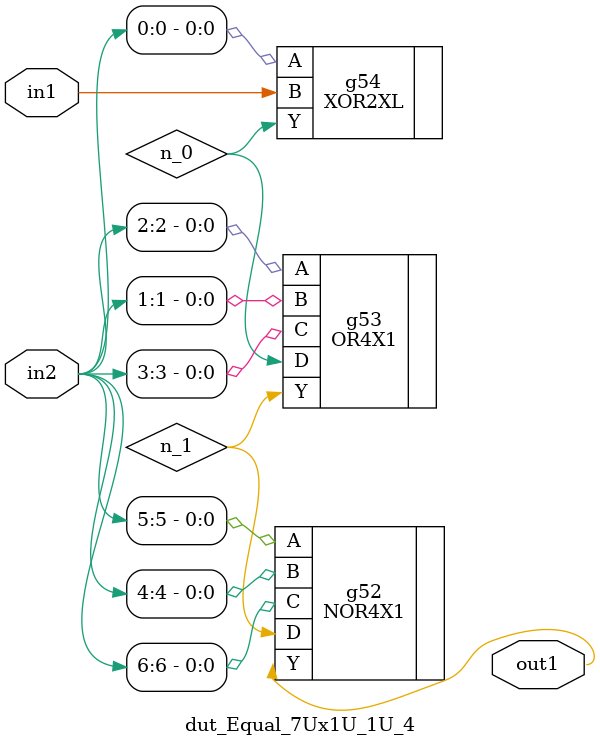
<source format=v>
`timescale 1ps / 1ps


module dut_Equal_7Ux1U_1U_4(in2, in1, out1);
  input [6:0] in2;
  input in1;
  output out1;
  wire [6:0] in2;
  wire in1;
  wire out1;
  wire n_0, n_1;
  NOR4X1 g52(.A (in2[5]), .B (in2[4]), .C (in2[6]), .D (n_1), .Y
       (out1));
  OR4X1 g53(.A (in2[2]), .B (in2[1]), .C (in2[3]), .D (n_0), .Y (n_1));
  XOR2XL g54(.A (in2[0]), .B (in1), .Y (n_0));
endmodule



</source>
